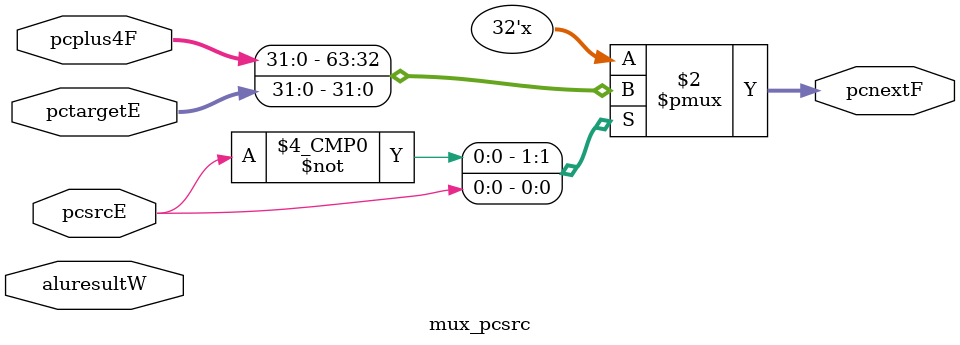
<source format=sv>

module  mux_pcsrc #(parameter W = 32)(
    input logic [W-1:0] pcplus4F,
    input logic [W-1:0] pctargetE,
    input logic [W-1:0] aluresultW,

    input logic pcsrcE,

    output logic [W-1:0] pcnextF
);

always_comb 
    case (pcsrcE)
        1'b0: pcnextF = pcplus4F; // common
        1'b1: pcnextF = pctargetE; // jal, auipc
        default pcnextF = pcplus4F;
    endcase
    
endmodule

</source>
